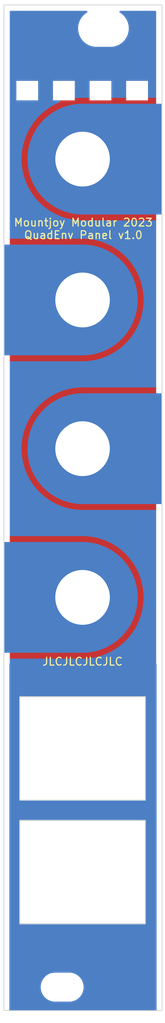
<source format=kicad_pcb>
(kicad_pcb (version 20221018) (generator pcbnew)
  (layers (0 "F.Cu" signal) (31 "B.Cu" signal) (34 "B.Paste" user) (35 "F.Paste" user) (36 "B.SilkS" user "B.Silkscreen") (37 "F.SilkS" user "F.Silkscreen") (38 "B.Mask" user) (39 "F.Mask" user) (44 "Edge.Cuts" user))
  (net 0 "")
  (footprint "Custom_Footprints:Oval_Mounting_Hole" (layer "F.Cu") (at 62.08 37.3)
    (fp_text reference "Ref**" hide)
    (fp_text value "Oval_Mounting_Hole" hide)
    (pad "" np_thru_hole oval locked (at 0 0) (size 5 3.2) (drill oval 5 3.2) (layers "F&B.Cu" "*.Mask"))
  )
  (footprint "Custom_Footprints:Oval_Mounting_Hole" (layer "F.Cu") (at 56.78 159.8)
    (fp_text reference "Ref**" hide)
    (fp_text value "Oval_Mounting_Hole" hide)
    (pad "" np_thru_hole oval locked (at 0 0) (size 5 3.2) (drill oval 5 3.2) (layers "F&B.Cu" "*.Mask"))
  )
  (footprint "Custom_Footprints:Alpha_9mm_pot_hole" (layer "B.Cu") (at 59.4 110 180)
    (fp_text reference "Ref**" hide)
    (fp_text value "Alpha_9mm_pot_hole" hide)
    (pad "" np_thru_hole circle (at 0 0 180) (size 7 7) (drill 7) (layers "F&B.Cu" "*.Mask"))
  )
  (footprint "Graphics:Quad_logo" (layer "B.Cu") (at 54.647488 36.824381 180)
    (fp_text reference "Ge" hide)
    (fp_text value "LOGO" hide)
  )
  (footprint "kibuzzard-64244971" (layer "B.Cu") (at 58.3 153.3 180)
    (fp_text reference "kibuzzard-64244971" hide)
    (fp_text value "G***" hide)
  )
  (footprint "kibuzzard-640B6CDE" (layer "B.Cu") (at 53.5 68.7 180)
    (fp_text reference "kibuzzard-640B6CDE" hide)
    (fp_text value "G***" hide)
  )
  (footprint "kibuzzard-640B6CC5" (layer "B.Cu") (at 65.4 50.5 180)
    (fp_text reference "kibuzzard-640B6CC5" hide)
    (fp_text value "G***" hide)
  )
  (footprint "Custom_Footprints:Alpha_9mm_pot_hole" (layer "B.Cu") (at 59.4 91 180)
    (fp_text reference "Ref**" hide)
    (fp_text value "Alpha_9mm_pot_hole" hide)
    (pad "" np_thru_hole circle (at 0 0 180) (size 7 7) (drill 7) (layers "F&B.Cu" "*.Mask"))
  )
  (footprint "Custom_Footprints:RJ45_Amphenol_RJHSE-3080_Mounting_Hole" (layer "B.Cu") (at 59.4 145.1)
    (fp_text reference "REF**" hide)
    (fp_text value "RJ45_Amphenol_RJHSE-3080_Mounting_Hole" hide)
    (fp_rect (start -8.065 6.605) (end 8.065 -6.605) (stroke (width 0.12)) (fill none) (layer "Edge.Cuts"))
  )
  (footprint "Custom_Footprints:Alpha_9mm_pot_hole" (layer "B.Cu") (at 59.4 54 180)
    (fp_text reference "Ref**" hide)
    (fp_text value "Alpha_9mm_pot_hole" hide)
    (pad "" np_thru_hole circle (at 0 0 180) (size 7 7) (drill 7) (layers "*.Cu" "*.Mask"))
  )
  (footprint "Custom_Footprints:Alpha_9mm_pot_hole" (layer "B.Cu") (at 59.4 72 180)
    (fp_text reference "Ref**" hide)
    (fp_text value "Alpha_9mm_pot_hole" hide)
    (pad "" np_thru_hole circle (at 0 0 180) (size 7 7) (drill 7) (layers "F&B.Cu" "*.Mask"))
  )
  (footprint "Graphics:Env_logo" (layer "B.Cu") (at 54.3 39.9 180)
    (fp_text reference "G***" hide)
    (fp_text value "LOGO" hide)
  )
  (footprint "kibuzzard-640B6D2B" (layer "B.Cu") (at 53.45 106.75 180)
    (fp_text reference "kibuzzard-640B6D2B" hide)
    (fp_text value "G***" hide)
  )
  (footprint "Custom_Footprints:RJ45_Amphenol_RJHSE-3080_Mounting_Hole" (layer "B.Cu") (at 59.4 129.3 180)
    (fp_text reference "REF**" hide)
    (fp_text value "RJ45_Amphenol_RJHSE-3080_Mounting_Hole" hide)
    (fp_rect (start -8.065 6.605) (end 8.065 -6.605) (stroke (width 0.12)) (fill none) (layer "Edge.Cuts"))
  )
  (footprint "kibuzzard-6424498C" (layer "B.Cu") (at 61 121.15 180)
    (fp_text reference "kibuzzard-6424498C" hide)
    (fp_text value "G***" hide)
  )
  (footprint "kibuzzard-640B6D1B" (layer "B.Cu") (at 65.3 87.7 180)
    (fp_text reference "kibuzzard-640B6D1B" hide)
    (fp_text value "G***" hide)
  )
  (gr_rect (start 49.4 103) (end 59.4 117) (stroke (width 0.15)) (fill solid) (layer "B.Cu"))
  (gr_rect (start 59.4 84) (end 69.5 98) (stroke (width 0.15)) (fill solid) (layer "B.Cu"))
  (gr_circle (center 59.4 54) (end 66.4 54) (stroke (width 0.15)) (fill solid) (layer "B.Cu"))
  (gr_circle (center 59.4 110) (end 52.4 110) (stroke (width 0.15)) (fill solid) (layer "B.Cu"))
  (gr_circle (center 59.4 72) (end 52.4 72) (stroke (width 0.15)) (fill solid) (layer "B.Cu"))
  (gr_circle (center 59.4 91) (end 66.4 91) (stroke (width 0.15)) (fill solid) (layer "B.Cu"))
  (gr_rect (start 49.4 65) (end 59.4 79) (stroke (width 0.15)) (fill solid) (layer "B.Cu"))
  (gr_rect (start 59.2 47) (end 69.5 61) (stroke (width 0.15)) (fill solid) (layer "B.Cu"))
  (gr_rect locked (start 49.3 34.3) (end 69.6 162.8) (stroke (width 0.1)) (fill none) (layer "Edge.Cuts"))
  (gr_text "JLCJLCJLCJLC" (at 59.4 118.2) (layer "F.SilkS") (effects (font (size 1 1))))
  (gr_text "Mountjoy Modular 2023\nQuadEnv Panel v1.0" (at 59.5 62.9) (layer "F.SilkS") (effects (font (size 1 1))))
  (zone (net 0) (net_name "") (layers "F&B.Cu") (priority 1) (connect_pads (clearance 0.75)) (min_thickness 0.254) (fill yes (thermal_gap 0.508) (thermal_bridge_width 0.508))
    (polygon (pts (xy 70 164.4) (xy 48.8 164.4) (xy 48.8 33.671131) (xy 70 33.671131)))
  )
  (zone (net 0) (net_name "") (layers "F&B.Cu" "*.Mask" "Edge.Cuts") (connect_pads (clearance 0)) (min_thickness 0.254)
    (keepout (tracks not_allowed) (vias not_allowed) (pads not_allowed) (copperpour not_allowed) (footprints allowed))
    (fill (thermal_gap 0.508) (thermal_bridge_width 0.508))
    (polygon (pts (xy 58.4 46.5) (xy 55.6 46.5) (xy 55.6 44) (xy 58.4 44)))
  )
  (zone (net 0) (net_name "") (layers "F&B.Cu" "*.Mask" "Edge.Cuts") (connect_pads (clearance 0)) (min_thickness 0.254)
    (keepout (tracks not_allowed) (vias not_allowed) (pads not_allowed) (copperpour not_allowed) (footprints allowed))
    (fill (thermal_gap 0.508) (thermal_bridge_width 0.508))
    (polygon (pts (xy 63.1 46.5) (xy 60.3 46.5) (xy 60.3 44) (xy 63.1 44)))
  )
  (zone (net 0) (net_name "") (layers "F&B.Cu" "*.Mask" "Edge.Cuts") (connect_pads (clearance 0)) (min_thickness 0.254)
    (keepout (tracks not_allowed) (vias not_allowed) (pads not_allowed) (copperpour not_allowed) (footprints allowed))
    (fill (thermal_gap 0.508) (thermal_bridge_width 0.508))
    (polygon (pts (xy 53.7 46.5) (xy 50.9 46.5) (xy 50.9 44) (xy 53.7 44)))
  )
  (zone (net 0) (net_name "") (layers "F&B.Cu" "Edge.Cuts") (connect_pads (clearance 0)) (min_thickness 0.254)
    (keepout (tracks not_allowed) (vias not_allowed) (pads not_allowed) (copperpour not_allowed) (footprints allowed))
    (fill (thermal_gap 0.508) (thermal_bridge_width 0.508))
    (polygon (pts (xy 67.8 46.5) (xy 65 46.5) (xy 65 44) (xy 67.8 44)))
  )
  (zone (net 0) (net_name "") (layer "B.Cu") (priority 1) (connect_pads (clearance 0)) (min_thickness 0.254) (fill yes (thermal_gap 0.508) (thermal_bridge_width 0.508))
    (polygon (pts (xy 68.9 163.2) (xy 50 163.2) (xy 50 118.471131) (xy 68.9 118.471131)))
  )
)
</source>
